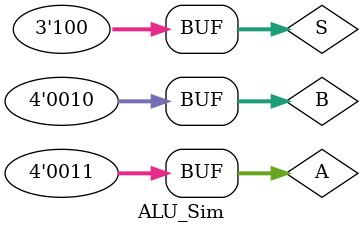
<source format=v>
`timescale 1ns / 1ps


module ALU_Sim;
    reg [2:0] S;
    reg [3:0] A, B;
    wire [3:0] F;
    
    ALU uut(.S(S), .A(A), .B(B), .F(F));
    
    initial begin
        
        #1 S = 3'b000; A = 4'b0000; B = 4'b0000; // s = 0
        
        #1 S = 3'b011; A = 4'b0011; B = 4'b0010; // 3 + 2
        
        #1 S = 3'b010; A = 4'b0011; B = 4'b0010; // 3 - 2
        
        #1 S = 3'b100; A = 4'b0011; B = 4'b0010; // 2 ^ 3
    
    end

endmodule

</source>
